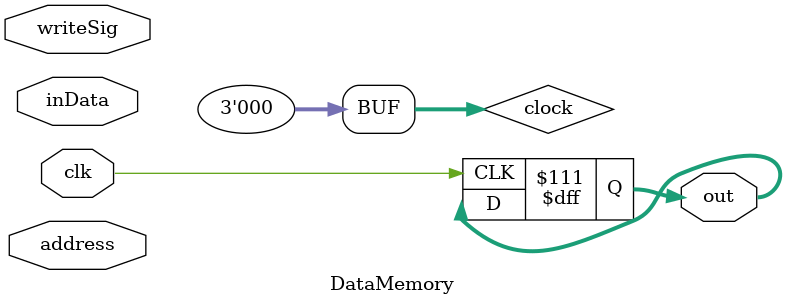
<source format=v>
`timescale 1ns/1ps

module DataMemory (
    input clk,
    input writeSig,
    input [31:0] address,
    input [31:0] inData,
    output reg [127:0] out
);

    reg [31:0] addressTemp;
    reg [7:0] memory [1024:0];
    reg [2:0] clock=0;

    always @(negedge clk) begin
        if (writeSig) begin
            memory[address]=inData[31:24];
            memory[address+1]=inData[23:16];
            memory[address+2]=inData[15:8];
            memory[address+3]=inData[7:0];
        end
    end

    always @(posedge clk) begin
        addressTemp=address;
        clock=clock+1;
        if (clock==5) begin
            addressTemp[3:0]=0;
            out={memory[addressTemp],memory[addressTemp+1],memory[addressTemp+2],memory[addressTemp+3],memory[addressTemp+4],memory[addressTemp+5],memory[addressTemp+6],memory[addressTemp+7],memory[addressTemp+8],memory[addressTemp+9],memory[addressTemp+10],memory[addressTemp+11],memory[addressTemp+12],memory[addressTemp+13],memory[addressTemp+14],memory[addressTemp+15]};
        end
    end

    always @(address) begin
        clock=0;
    end

endmodule
</source>
